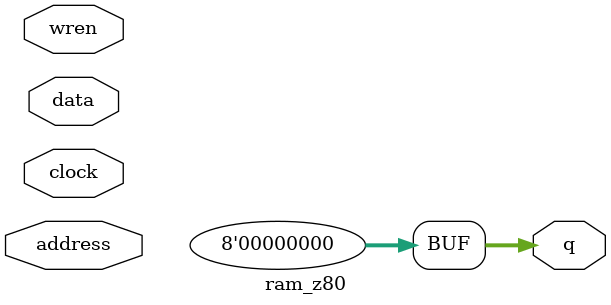
<source format=v>
module ram_z80(	// file.cleaned.mlir:2:3
  input  [10:0] address,	// file.cleaned.mlir:2:25
  input         clock,	// file.cleaned.mlir:2:44
  input  [7:0]  data,	// file.cleaned.mlir:2:60
  input         wren,	// file.cleaned.mlir:2:75
  output [7:0]  q	// file.cleaned.mlir:2:91
);

  assign q = 8'h0;	// file.cleaned.mlir:3:14, :4:5
endmodule


</source>
